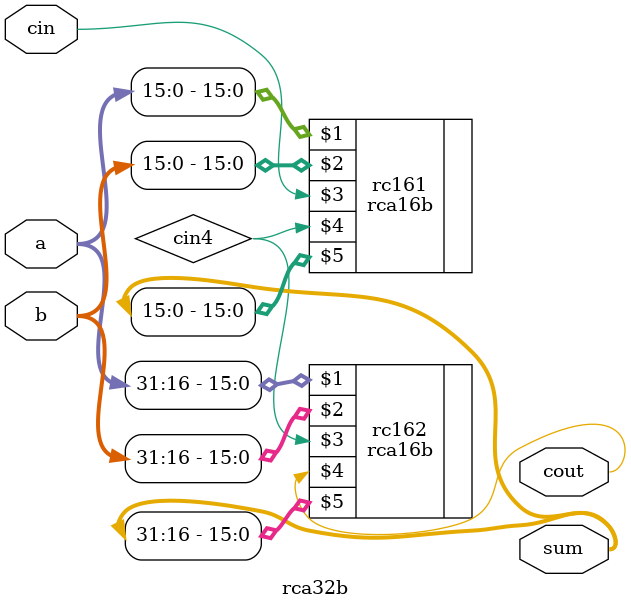
<source format=v>
`include "../src/rca16b.v"

module rca32b(
               a,
               b,
               cin,
               cout,
               sum
               );
input [31:0]a, b;
input cin;
output [31:0]sum;
output cout;
wire cin4;

  rca16b   rc161(a[15:0], b[15:0], cin, cin4, sum[15:0]);
  rca16b   rc162(a[31:16], b[31:16], cin4, cout, sum[31:16]);

endmodule

</source>
